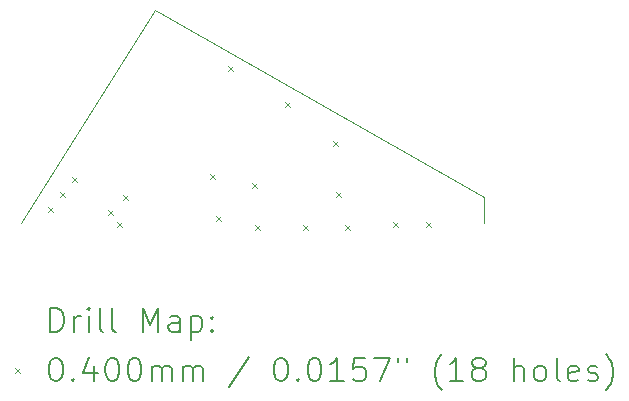
<source format=gbr>
%FSLAX45Y45*%
G04 Gerber Fmt 4.5, Leading zero omitted, Abs format (unit mm)*
G04 Created by KiCad (PCBNEW (6.0.4)) date 2022-12-31 00:33:25*
%MOMM*%
%LPD*%
G01*
G04 APERTURE LIST*
%TA.AperFunction,Profile*%
%ADD10C,0.100000*%
%TD*%
%ADD11C,0.200000*%
%ADD12C,0.040000*%
G04 APERTURE END LIST*
D10*
X3177900Y-3650500D02*
X4318000Y-1841500D01*
X7102900Y-3650500D02*
X7102900Y-3429000D01*
X4318000Y-1841500D02*
X7102900Y-3429000D01*
D11*
D12*
X3409000Y-3510600D02*
X3449000Y-3550600D01*
X3449000Y-3510600D02*
X3409000Y-3550600D01*
X3510600Y-3383600D02*
X3550600Y-3423600D01*
X3550600Y-3383600D02*
X3510600Y-3423600D01*
X3612200Y-3256600D02*
X3652200Y-3296600D01*
X3652200Y-3256600D02*
X3612200Y-3296600D01*
X3917000Y-3536000D02*
X3957000Y-3576000D01*
X3957000Y-3536000D02*
X3917000Y-3576000D01*
X3993200Y-3637600D02*
X4033200Y-3677600D01*
X4033200Y-3637600D02*
X3993200Y-3677600D01*
X4044000Y-3409000D02*
X4084000Y-3449000D01*
X4084000Y-3409000D02*
X4044000Y-3449000D01*
X4780600Y-3231200D02*
X4820600Y-3271200D01*
X4820600Y-3231200D02*
X4780600Y-3271200D01*
X4831400Y-3586800D02*
X4871400Y-3626800D01*
X4871400Y-3586800D02*
X4831400Y-3626800D01*
X4933000Y-2316800D02*
X4973000Y-2356800D01*
X4973000Y-2316800D02*
X4933000Y-2356800D01*
X5136200Y-3307400D02*
X5176200Y-3347400D01*
X5176200Y-3307400D02*
X5136200Y-3347400D01*
X5161600Y-3663000D02*
X5201600Y-3703000D01*
X5201600Y-3663000D02*
X5161600Y-3703000D01*
X5415600Y-2621600D02*
X5455600Y-2661600D01*
X5455600Y-2621600D02*
X5415600Y-2661600D01*
X5568000Y-3663000D02*
X5608000Y-3703000D01*
X5608000Y-3663000D02*
X5568000Y-3703000D01*
X5822000Y-2951800D02*
X5862000Y-2991800D01*
X5862000Y-2951800D02*
X5822000Y-2991800D01*
X5847400Y-3383600D02*
X5887400Y-3423600D01*
X5887400Y-3383600D02*
X5847400Y-3423600D01*
X5923600Y-3663000D02*
X5963600Y-3703000D01*
X5963600Y-3663000D02*
X5923600Y-3703000D01*
X6330000Y-3637600D02*
X6370000Y-3677600D01*
X6370000Y-3637600D02*
X6330000Y-3677600D01*
X6609400Y-3637600D02*
X6649400Y-3677600D01*
X6649400Y-3637600D02*
X6609400Y-3677600D01*
D11*
X3429519Y-4566976D02*
X3429519Y-4366976D01*
X3477138Y-4366976D01*
X3505709Y-4376500D01*
X3524757Y-4395548D01*
X3534281Y-4414595D01*
X3543805Y-4452690D01*
X3543805Y-4481262D01*
X3534281Y-4519357D01*
X3524757Y-4538405D01*
X3505709Y-4557452D01*
X3477138Y-4566976D01*
X3429519Y-4566976D01*
X3629519Y-4566976D02*
X3629519Y-4433643D01*
X3629519Y-4471738D02*
X3639043Y-4452690D01*
X3648567Y-4443167D01*
X3667614Y-4433643D01*
X3686662Y-4433643D01*
X3753328Y-4566976D02*
X3753328Y-4433643D01*
X3753328Y-4366976D02*
X3743805Y-4376500D01*
X3753328Y-4386024D01*
X3762852Y-4376500D01*
X3753328Y-4366976D01*
X3753328Y-4386024D01*
X3877138Y-4566976D02*
X3858090Y-4557452D01*
X3848567Y-4538405D01*
X3848567Y-4366976D01*
X3981900Y-4566976D02*
X3962852Y-4557452D01*
X3953328Y-4538405D01*
X3953328Y-4366976D01*
X4210471Y-4566976D02*
X4210471Y-4366976D01*
X4277138Y-4509833D01*
X4343805Y-4366976D01*
X4343805Y-4566976D01*
X4524757Y-4566976D02*
X4524757Y-4462214D01*
X4515233Y-4443167D01*
X4496186Y-4433643D01*
X4458090Y-4433643D01*
X4439043Y-4443167D01*
X4524757Y-4557452D02*
X4505710Y-4566976D01*
X4458090Y-4566976D01*
X4439043Y-4557452D01*
X4429519Y-4538405D01*
X4429519Y-4519357D01*
X4439043Y-4500310D01*
X4458090Y-4490786D01*
X4505710Y-4490786D01*
X4524757Y-4481262D01*
X4619995Y-4433643D02*
X4619995Y-4633643D01*
X4619995Y-4443167D02*
X4639043Y-4433643D01*
X4677138Y-4433643D01*
X4696186Y-4443167D01*
X4705710Y-4452690D01*
X4715233Y-4471738D01*
X4715233Y-4528881D01*
X4705710Y-4547929D01*
X4696186Y-4557452D01*
X4677138Y-4566976D01*
X4639043Y-4566976D01*
X4619995Y-4557452D01*
X4800948Y-4547929D02*
X4810471Y-4557452D01*
X4800948Y-4566976D01*
X4791424Y-4557452D01*
X4800948Y-4547929D01*
X4800948Y-4566976D01*
X4800948Y-4443167D02*
X4810471Y-4452690D01*
X4800948Y-4462214D01*
X4791424Y-4452690D01*
X4800948Y-4443167D01*
X4800948Y-4462214D01*
D12*
X3131900Y-4876500D02*
X3171900Y-4916500D01*
X3171900Y-4876500D02*
X3131900Y-4916500D01*
D11*
X3467614Y-4786976D02*
X3486662Y-4786976D01*
X3505709Y-4796500D01*
X3515233Y-4806024D01*
X3524757Y-4825071D01*
X3534281Y-4863167D01*
X3534281Y-4910786D01*
X3524757Y-4948881D01*
X3515233Y-4967929D01*
X3505709Y-4977452D01*
X3486662Y-4986976D01*
X3467614Y-4986976D01*
X3448567Y-4977452D01*
X3439043Y-4967929D01*
X3429519Y-4948881D01*
X3419995Y-4910786D01*
X3419995Y-4863167D01*
X3429519Y-4825071D01*
X3439043Y-4806024D01*
X3448567Y-4796500D01*
X3467614Y-4786976D01*
X3619995Y-4967929D02*
X3629519Y-4977452D01*
X3619995Y-4986976D01*
X3610471Y-4977452D01*
X3619995Y-4967929D01*
X3619995Y-4986976D01*
X3800948Y-4853643D02*
X3800948Y-4986976D01*
X3753328Y-4777452D02*
X3705709Y-4920310D01*
X3829519Y-4920310D01*
X3943805Y-4786976D02*
X3962852Y-4786976D01*
X3981900Y-4796500D01*
X3991424Y-4806024D01*
X4000948Y-4825071D01*
X4010471Y-4863167D01*
X4010471Y-4910786D01*
X4000948Y-4948881D01*
X3991424Y-4967929D01*
X3981900Y-4977452D01*
X3962852Y-4986976D01*
X3943805Y-4986976D01*
X3924757Y-4977452D01*
X3915233Y-4967929D01*
X3905709Y-4948881D01*
X3896186Y-4910786D01*
X3896186Y-4863167D01*
X3905709Y-4825071D01*
X3915233Y-4806024D01*
X3924757Y-4796500D01*
X3943805Y-4786976D01*
X4134281Y-4786976D02*
X4153328Y-4786976D01*
X4172376Y-4796500D01*
X4181900Y-4806024D01*
X4191424Y-4825071D01*
X4200948Y-4863167D01*
X4200948Y-4910786D01*
X4191424Y-4948881D01*
X4181900Y-4967929D01*
X4172376Y-4977452D01*
X4153328Y-4986976D01*
X4134281Y-4986976D01*
X4115233Y-4977452D01*
X4105709Y-4967929D01*
X4096186Y-4948881D01*
X4086662Y-4910786D01*
X4086662Y-4863167D01*
X4096186Y-4825071D01*
X4105709Y-4806024D01*
X4115233Y-4796500D01*
X4134281Y-4786976D01*
X4286662Y-4986976D02*
X4286662Y-4853643D01*
X4286662Y-4872690D02*
X4296186Y-4863167D01*
X4315233Y-4853643D01*
X4343805Y-4853643D01*
X4362852Y-4863167D01*
X4372376Y-4882214D01*
X4372376Y-4986976D01*
X4372376Y-4882214D02*
X4381900Y-4863167D01*
X4400948Y-4853643D01*
X4429519Y-4853643D01*
X4448567Y-4863167D01*
X4458090Y-4882214D01*
X4458090Y-4986976D01*
X4553329Y-4986976D02*
X4553329Y-4853643D01*
X4553329Y-4872690D02*
X4562852Y-4863167D01*
X4581900Y-4853643D01*
X4610471Y-4853643D01*
X4629519Y-4863167D01*
X4639043Y-4882214D01*
X4639043Y-4986976D01*
X4639043Y-4882214D02*
X4648567Y-4863167D01*
X4667614Y-4853643D01*
X4696186Y-4853643D01*
X4715233Y-4863167D01*
X4724757Y-4882214D01*
X4724757Y-4986976D01*
X5115233Y-4777452D02*
X4943805Y-5034595D01*
X5372376Y-4786976D02*
X5391424Y-4786976D01*
X5410471Y-4796500D01*
X5419995Y-4806024D01*
X5429519Y-4825071D01*
X5439043Y-4863167D01*
X5439043Y-4910786D01*
X5429519Y-4948881D01*
X5419995Y-4967929D01*
X5410471Y-4977452D01*
X5391424Y-4986976D01*
X5372376Y-4986976D01*
X5353329Y-4977452D01*
X5343805Y-4967929D01*
X5334281Y-4948881D01*
X5324757Y-4910786D01*
X5324757Y-4863167D01*
X5334281Y-4825071D01*
X5343805Y-4806024D01*
X5353329Y-4796500D01*
X5372376Y-4786976D01*
X5524757Y-4967929D02*
X5534281Y-4977452D01*
X5524757Y-4986976D01*
X5515233Y-4977452D01*
X5524757Y-4967929D01*
X5524757Y-4986976D01*
X5658090Y-4786976D02*
X5677138Y-4786976D01*
X5696186Y-4796500D01*
X5705709Y-4806024D01*
X5715233Y-4825071D01*
X5724757Y-4863167D01*
X5724757Y-4910786D01*
X5715233Y-4948881D01*
X5705709Y-4967929D01*
X5696186Y-4977452D01*
X5677138Y-4986976D01*
X5658090Y-4986976D01*
X5639043Y-4977452D01*
X5629519Y-4967929D01*
X5619995Y-4948881D01*
X5610471Y-4910786D01*
X5610471Y-4863167D01*
X5619995Y-4825071D01*
X5629519Y-4806024D01*
X5639043Y-4796500D01*
X5658090Y-4786976D01*
X5915233Y-4986976D02*
X5800948Y-4986976D01*
X5858090Y-4986976D02*
X5858090Y-4786976D01*
X5839043Y-4815548D01*
X5819995Y-4834595D01*
X5800948Y-4844119D01*
X6096186Y-4786976D02*
X6000948Y-4786976D01*
X5991424Y-4882214D01*
X6000948Y-4872690D01*
X6019995Y-4863167D01*
X6067614Y-4863167D01*
X6086662Y-4872690D01*
X6096186Y-4882214D01*
X6105709Y-4901262D01*
X6105709Y-4948881D01*
X6096186Y-4967929D01*
X6086662Y-4977452D01*
X6067614Y-4986976D01*
X6019995Y-4986976D01*
X6000948Y-4977452D01*
X5991424Y-4967929D01*
X6172376Y-4786976D02*
X6305709Y-4786976D01*
X6219995Y-4986976D01*
X6372376Y-4786976D02*
X6372376Y-4825071D01*
X6448567Y-4786976D02*
X6448567Y-4825071D01*
X6743805Y-5063167D02*
X6734281Y-5053643D01*
X6715233Y-5025071D01*
X6705709Y-5006024D01*
X6696186Y-4977452D01*
X6686662Y-4929833D01*
X6686662Y-4891738D01*
X6696186Y-4844119D01*
X6705709Y-4815548D01*
X6715233Y-4796500D01*
X6734281Y-4767929D01*
X6743805Y-4758405D01*
X6924757Y-4986976D02*
X6810471Y-4986976D01*
X6867614Y-4986976D02*
X6867614Y-4786976D01*
X6848567Y-4815548D01*
X6829519Y-4834595D01*
X6810471Y-4844119D01*
X7039043Y-4872690D02*
X7019995Y-4863167D01*
X7010471Y-4853643D01*
X7000948Y-4834595D01*
X7000948Y-4825071D01*
X7010471Y-4806024D01*
X7019995Y-4796500D01*
X7039043Y-4786976D01*
X7077138Y-4786976D01*
X7096186Y-4796500D01*
X7105709Y-4806024D01*
X7115233Y-4825071D01*
X7115233Y-4834595D01*
X7105709Y-4853643D01*
X7096186Y-4863167D01*
X7077138Y-4872690D01*
X7039043Y-4872690D01*
X7019995Y-4882214D01*
X7010471Y-4891738D01*
X7000948Y-4910786D01*
X7000948Y-4948881D01*
X7010471Y-4967929D01*
X7019995Y-4977452D01*
X7039043Y-4986976D01*
X7077138Y-4986976D01*
X7096186Y-4977452D01*
X7105709Y-4967929D01*
X7115233Y-4948881D01*
X7115233Y-4910786D01*
X7105709Y-4891738D01*
X7096186Y-4882214D01*
X7077138Y-4872690D01*
X7353328Y-4986976D02*
X7353328Y-4786976D01*
X7439043Y-4986976D02*
X7439043Y-4882214D01*
X7429519Y-4863167D01*
X7410471Y-4853643D01*
X7381900Y-4853643D01*
X7362852Y-4863167D01*
X7353328Y-4872690D01*
X7562852Y-4986976D02*
X7543805Y-4977452D01*
X7534281Y-4967929D01*
X7524757Y-4948881D01*
X7524757Y-4891738D01*
X7534281Y-4872690D01*
X7543805Y-4863167D01*
X7562852Y-4853643D01*
X7591424Y-4853643D01*
X7610471Y-4863167D01*
X7619995Y-4872690D01*
X7629519Y-4891738D01*
X7629519Y-4948881D01*
X7619995Y-4967929D01*
X7610471Y-4977452D01*
X7591424Y-4986976D01*
X7562852Y-4986976D01*
X7743805Y-4986976D02*
X7724757Y-4977452D01*
X7715233Y-4958405D01*
X7715233Y-4786976D01*
X7896186Y-4977452D02*
X7877138Y-4986976D01*
X7839043Y-4986976D01*
X7819995Y-4977452D01*
X7810471Y-4958405D01*
X7810471Y-4882214D01*
X7819995Y-4863167D01*
X7839043Y-4853643D01*
X7877138Y-4853643D01*
X7896186Y-4863167D01*
X7905709Y-4882214D01*
X7905709Y-4901262D01*
X7810471Y-4920310D01*
X7981900Y-4977452D02*
X8000948Y-4986976D01*
X8039043Y-4986976D01*
X8058090Y-4977452D01*
X8067614Y-4958405D01*
X8067614Y-4948881D01*
X8058090Y-4929833D01*
X8039043Y-4920310D01*
X8010471Y-4920310D01*
X7991424Y-4910786D01*
X7981900Y-4891738D01*
X7981900Y-4882214D01*
X7991424Y-4863167D01*
X8010471Y-4853643D01*
X8039043Y-4853643D01*
X8058090Y-4863167D01*
X8134281Y-5063167D02*
X8143805Y-5053643D01*
X8162852Y-5025071D01*
X8172376Y-5006024D01*
X8181900Y-4977452D01*
X8191424Y-4929833D01*
X8191424Y-4891738D01*
X8181900Y-4844119D01*
X8172376Y-4815548D01*
X8162852Y-4796500D01*
X8143805Y-4767929D01*
X8134281Y-4758405D01*
M02*

</source>
